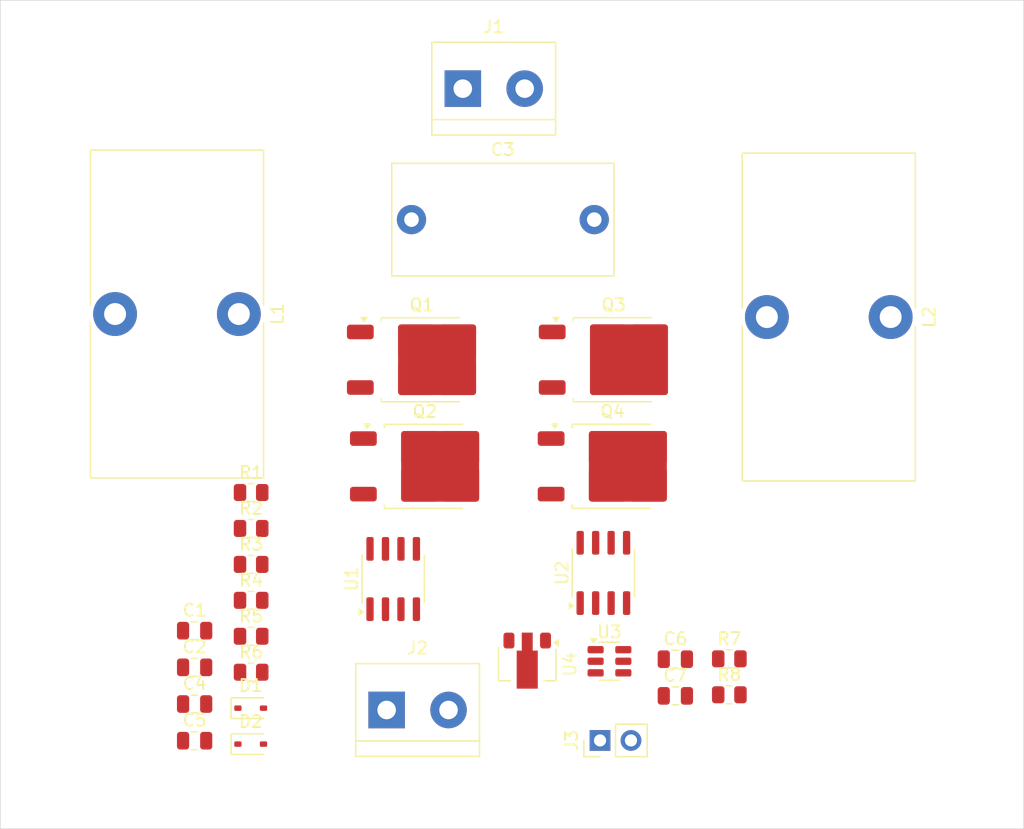
<source format=kicad_pcb>
(kicad_pcb (version 20240108) (generator "pcbnew") (generator_version "8.0")
  (layers (0 "F.Cu" signal) (31 "B.Cu" signal) (34 "B.Paste" user) (35 "F.Paste" user) (36 "B.SilkS" user "B.Silkscreen") (37 "F.SilkS" user "F.Silkscreen") (38 "B.Mask" user) (39 "F.Mask" user) (44 "Edge.Cuts" user))
  (net 0 "")
  (net 1 "Net-(D1-K)")
  (net 2 "Net-(D2-K)")
  (net 3 "Net-(J1-Pin_1)")
  (net 4 "Net-(J1-Pin_2)")
  (net 9 "Net-(D1-A)")
  (net 10 "Net-(D2-A)")
  (net 11 "Net-(Q1-G)")
  (net 12 "GND")
  (net 13 "Net-(Q2-G)")
  (net 14 "Net-(Q3-G)")
  (net 15 "Net-(U1-HO)")
  (net 16 "Net-(U1-LO)")
  (net 17 "Net-(U2-HO)")
  (net 18 "Net-(U2-LO)")
  (net 19 "Net-(Q1-S)")
  (net 20 "Net-(Q3-S)")
  (net 21 "Net-(Q4-G)")
  (net 24 "+12V")
  (net 25 "+5V")
  (net 26 "/DIR")
  (net 27 "/PWM")
  (net 28 "Net-(U2-LI)")
  (net 29 "Net-(U1-LI)")
  (net 30 "Net-(U2-HI)")
  (footprint "Capacitor_SMD:C_0805_2012Metric" (layer "F.Cu") (at 112.95 112.75)
    (property "Reference" "C2" (at 0 -1.68 0) (layer "F.SilkS"))
    (property "Value" "100n")
    (fp_line (start -0.261252 -0.735) (end 0.261252 -0.735) (stroke (width 0.12)) (layer "F.SilkS"))
    (fp_line (start -0.261252 0.735) (end 0.261252 0.735) (stroke (width 0.12)) (layer "F.SilkS"))
    (pad "1" smd roundrect (at -0.95 0) (size 1 1.45) (layers "F.Cu" "F.Paste" "F.Mask") (net 2 "Net-(D2-K)"))
    (pad "2" smd roundrect (at 0.95 0) (size 1 1.45) (layers "F.Cu" "F.Paste" "F.Mask") (net 20 "Net-(Q3-S)"))
  )
  (footprint "Package_TO_SOT_SMD:SOT-23-6" (layer "F.Cu") (at 147 112.25)
    (property "Reference" "U3" (at 0 -2.4 0) (layer "F.SilkS"))
    (property "Value" "74LVC1G18")
    (fp_line (start 0 -1.56) (end -0.8 -1.56) (stroke (width 0.12)) (layer "F.SilkS"))
    (fp_line (start 0 -1.56) (end 0.8 -1.56) (stroke (width 0.12)) (layer "F.SilkS"))
    (fp_line (start 0 1.56) (end -0.8 1.56) (stroke (width 0.12)) (layer "F.SilkS"))
    (fp_line (start 0 1.56) (end 0.8 1.56) (stroke (width 0.12)) (layer "F.SilkS"))
    (fp_poly (pts (xy -1.3 -1.51) (xy -1.54 -1.84) (xy -1.06 -1.84) (xy -1.3 -1.51)) (stroke (width 0.12)) (fill solid) (layer "F.SilkS"))
    (pad "1" smd roundrect (at -1.1375 -0.95) (size 1.325 0.6) (layers "F.Cu" "F.Paste" "F.Mask") (net 26 "/DIR"))
    (pad "2" smd roundrect (at -1.1375 0) (size 1.325 0.6) (layers "F.Cu" "F.Paste" "F.Mask"))
    (pad "3" smd roundrect (at -1.1375 0.95) (size 1.325 0.6) (layers "F.Cu" "F.Paste" "F.Mask") (net 27 "/PWM"))
    (pad "4" smd roundrect (at 1.1375 0.95) (size 1.325 0.6) (layers "F.Cu" "F.Paste" "F.Mask") (net 28 "Net-(U2-LI)"))
    (pad "5" smd roundrect (at 1.1375 0) (size 1.325 0.6) (layers "F.Cu" "F.Paste" "F.Mask"))
    (pad "6" smd roundrect (at 1.1375 -0.95) (size 1.325 0.6) (layers "F.Cu" "F.Paste" "F.Mask") (net 29 "Net-(U1-LI)"))
  )
  (footprint "Capacitor_SMD:C_0805_2012Metric" (layer "F.Cu") (at 152.4075 112.08)
    (property "Reference" "C6" (at 0 -1.68 0) (layer "F.SilkS"))
    (property "Value" "330n")
    (fp_line (start -0.261252 -0.735) (end 0.261252 -0.735) (stroke (width 0.12)) (layer "F.SilkS"))
    (fp_line (start -0.261252 0.735) (end 0.261252 0.735) (stroke (width 0.12)) (layer "F.SilkS"))
    (pad "1" smd roundrect (at -0.95 0) (size 1 1.45) (layers "F.Cu" "F.Paste" "F.Mask") (net 24 "+12V"))
    (pad "2" smd roundrect (at 0.95 0) (size 1 1.45) (layers "F.Cu" "F.Paste" "F.Mask") (net 12 "GND"))
  )
  (footprint "Resistor_SMD:R_0805_2012Metric" (layer "F.Cu") (at 117.5875 113.15)
    (property "Reference" "R6" (at 0 -1.65 0) (layer "F.SilkS"))
    (property "Value" "R_US")
    (fp_line (start -0.227064 -0.735) (end 0.227064 -0.735) (stroke (width 0.12)) (layer "F.SilkS"))
    (fp_line (start -0.227064 0.735) (end 0.227064 0.735) (stroke (width 0.12)) (layer "F.SilkS"))
    (pad "1" smd roundrect (at -0.9125 0) (size 1.025 1.4) (layers "F.Cu" "F.Paste" "F.Mask") (roundrect_rratio 0.243902) (net 10 "Net-(D2-A)"))
    (pad "2" smd roundrect (at 0.9125 0) (size 1.025 1.4) (layers "F.Cu" "F.Paste" "F.Mask") (roundrect_rratio 0.243902) (net 24 "+12V"))
  )
  (footprint "Resistor_SMD:R_0805_2012Metric" (layer "F.Cu") (at 117.5875 101.35)
    (property "Reference" "R2" (at 0 -1.65 0) (layer "F.SilkS"))
    (property "Value" "R_US")
    (fp_line (start -0.227064 -0.735) (end 0.227064 -0.735) (stroke (width 0.12)) (layer "F.SilkS"))
    (fp_line (start -0.227064 0.735) (end 0.227064 0.735) (stroke (width 0.12)) (layer "F.SilkS"))
    (pad "1" smd roundrect (at -0.9125 0) (size 1.025 1.4) (layers "F.Cu" "F.Paste" "F.Mask") (roundrect_rratio 0.243902) (net 16 "Net-(U1-LO)"))
    (pad "2" smd roundrect (at 0.9125 0) (size 1.025 1.4) (layers "F.Cu" "F.Paste" "F.Mask") (roundrect_rratio 0.243902) (net 13 "Net-(Q2-G)"))
  )
  (footprint "Capacitor_THT:C_Rect_L18.0mm_W9.0mm_P15.00mm_FKS3_FKP3" (layer "F.Cu") (at 130.75 76)
    (property "Reference" "C3" (at 7.5 -5.75 0) (layer "F.SilkS"))
    (property "Value" "10u")
    (fp_line (start -1.62 -4.62) (end -1.62 4.62) (stroke (width 0.12)) (layer "F.SilkS"))
    (fp_line (start -1.62 -4.62) (end 16.62 -4.62) (stroke (width 0.12)) (layer "F.SilkS"))
    (fp_line (start -1.62 4.62) (end 16.62 4.62) (stroke (width 0.12)) (layer "F.SilkS"))
    (fp_line (start 16.62 -4.62) (end 16.62 4.62) (stroke (width 0.12)) (layer "F.SilkS"))
    (pad "1" thru_hole circle (at 0 0) (size 2.4 2.4) (drill 1.2) (layers "*.Cu" "*.Mask") (net 3 "Net-(J1-Pin_1)"))
    (pad "2" thru_hole circle (at 15 0) (size 2.4 2.4) (drill 1.2) (layers "*.Cu" "*.Mask") (net 4 "Net-(J1-Pin_2)"))
  )
  (footprint "Capacitor_SMD:C_0805_2012Metric" (layer "F.Cu") (at 112.95 118.77)
    (property "Reference" "C5" (at 0 -1.68 0) (layer "F.SilkS"))
    (property "Value" "100n")
    (fp_line (start -0.261252 -0.735) (end 0.261252 -0.735) (stroke (width 0.12)) (layer "F.SilkS"))
    (fp_line (start -0.261252 0.735) (end 0.261252 0.735) (stroke (width 0.12)) (layer "F.SilkS"))
    (pad "1" smd roundrect (at -0.95 0) (size 1 1.45) (layers "F.Cu" "F.Paste" "F.Mask"))
    (pad "2" smd roundrect (at 0.95 0) (size 1 1.45) (layers "F.Cu" "F.Paste" "F.Mask"))
  )
  (footprint "Diode_SMD:D_SOD-323" (layer "F.Cu") (at 117.5525 119.05)
    (property "Reference" "D2" (at 0 -1.85 0) (layer "F.SilkS"))
    (property "Value" "D")
    (fp_line (start -1.61 -0.85) (end -1.61 0.85) (stroke (width 0.12)) (layer "F.SilkS"))
    (fp_line (start -1.61 -0.85) (end 1.05 -0.85) (stroke (width 0.12)) (layer "F.SilkS"))
    (fp_line (start -1.61 0.85) (end 1.05 0.85) (stroke (width 0.12)) (layer "F.SilkS"))
    (pad "1" smd roundrect (at -1.05 0) (size 0.6 0.45) (layers "F.Cu" "F.Paste" "F.Mask") (net 2 "Net-(D2-K)"))
    (pad "2" smd roundrect (at 1.05 0) (size 0.6 0.45) (layers "F.Cu" "F.Paste" "F.Mask") (net 10 "Net-(D2-A)"))
  )
  (footprint "Resistor_SMD:R_0805_2012Metric" (layer "F.Cu") (at 117.5875 107.25)
    (property "Reference" "R4" (at 0 -1.65 0) (layer "F.SilkS"))
    (property "Value" "R_US")
    (fp_line (start -0.227064 -0.735) (end 0.227064 -0.735) (stroke (width 0.12)) (layer "F.SilkS"))
    (fp_line (start -0.227064 0.735) (end 0.227064 0.735) (stroke (width 0.12)) (layer "F.SilkS"))
    (pad "1" smd roundrect (at -0.9125 0) (size 1.025 1.4) (layers "F.Cu" "F.Paste" "F.Mask") (roundrect_rratio 0.243902) (net 21 "Net-(Q4-G)"))
    (pad "2" smd roundrect (at 0.9125 0) (size 1.025 1.4) (layers "F.Cu" "F.Paste" "F.Mask") (roundrect_rratio 0.243902) (net 18 "Net-(U2-LO)"))
  )
  (footprint "Resistor_SMD:R_0805_2012Metric" (layer "F.Cu") (at 156.8375 115)
    (property "Reference" "R8" (at 0 -1.65 0) (layer "F.SilkS"))
    (property "Value" "R_US")
    (fp_line (start -0.227064 -0.735) (end 0.227064 -0.735) (stroke (width 0.12)) (layer "F.SilkS"))
    (fp_line (start -0.227064 0.735) (end 0.227064 0.735) (stroke (width 0.12)) (layer "F.SilkS"))
    (pad "1" smd roundrect (at -0.9125 0) (size 1.025 1.4) (layers "F.Cu" "F.Paste" "F.Mask") (roundrect_rratio 0.243902) (net 12 "GND"))
    (pad "2" smd roundrect (at 0.9125 0) (size 1.025 1.4) (layers "F.Cu" "F.Paste" "F.Mask") (roundrect_rratio 0.243902) (net 29 "Net-(U1-LI)"))
  )
  (footprint "Package_TO_SOT_SMD:TO-252-2" (layer "F.Cu") (at 147.34 87.5)
    (property "Reference" "Q3" (at 0 -4.5 360) (layer "F.SilkS"))
    (property "Value" "Q_NMOS_GDS")
    (fp_line (start -3.31 -3.45) (end -3.31 -3.18) (stroke (width 0.12)) (layer "F.SilkS"))
    (fp_line (start -3.31 3.45) (end -3.31 3.18) (stroke (width 0.12)) (layer "F.SilkS"))
    (fp_line (start 3.11 -3.45) (end -3.31 -3.45) (stroke (width 0.12)) (layer "F.SilkS"))
    (fp_line (start 3.11 3.45) (end -3.31 3.45) (stroke (width 0.12)) (layer "F.SilkS"))
    (fp_poly (pts (xy -4.73 -3.14) (xy -4.97 -3.47) (xy -4.49 -3.47) (xy -4.73 -3.14)) (stroke (width 0.12)) (fill solid) (layer "F.SilkS"))
    (pad "1" smd roundrect (at -5.04 -2.28) (size 2.2 1.2) (layers "F.Cu" "F.Paste" "F.Mask") (roundrect_rratio 0.208333) (net 14 "Net-(Q3-G)"))
    (pad "2" smd roundrect (at -0.415 -1.525) (size 3.05 2.75) (layers "F.Cu" "F.Paste") (roundrect_rratio 0.090909) (net 24 "+12V"))
    (pad "2" smd roundrect (at -0.415 1.525) (size 3.05 2.75) (layers "F.Cu" "F.Paste") (roundrect_rratio 0.090909) (net 24 "+12V"))
    (pad "2" smd roundrect (at 1.26 0) (size 6.4 5.8) (layers "F.Cu" "F.Mask") (roundrect_rratio 0.043103) (net 24 "+12V"))
    (pad "2" smd roundrect (at 2.935 -1.525) (size 3.05 2.75) (layers "F.Cu" "F.Paste") (roundrect_rratio 0.090909) (net 24 "+12V"))
    (pad "2" smd roundrect (at 2.935 1.525) (size 3.05 2.75) (layers "F.Cu" "F.Paste") (roundrect_rratio 0.090909) (net 24 "+12V"))
    (pad "3" smd roundrect (at -5.04 2.28) (size 2.2 1.2) (layers "F.Cu" "F.Paste" "F.Mask") (roundrect_rratio 0.208333) (net 20 "Net-(Q3-S)"))
  )
  (footprint "Package_TO_SOT_SMD:TO-252-2" (layer "F.Cu") (at 147.25 96.25)
    (property "Reference" "Q4" (at 0 -4.5 360) (layer "F.SilkS"))
    (property "Value" "Q_NMOS_GDS")
    (fp_line (start -3.31 -3.45) (end -3.31 -3.18) (stroke (width 0.12)) (layer "F.SilkS"))
    (fp_line (start -3.31 3.45) (end -3.31 3.18) (stroke (width 0.12)) (layer "F.SilkS"))
    (fp_line (start 3.11 -3.45) (end -3.31 -3.45) (stroke (width 0.12)) (layer "F.SilkS"))
    (fp_line (start 3.11 3.45) (end -3.31 3.45) (stroke (width 0.12)) (layer "F.SilkS"))
    (fp_poly (pts (xy -4.73 -3.14) (xy -4.97 -3.47) (xy -4.49 -3.47) (xy -4.73 -3.14)) (stroke (width 0.12)) (fill solid) (layer "F.SilkS"))
    (pad "1" smd roundrect (at -5.04 -2.28) (size 2.2 1.2) (layers "F.Cu" "F.Paste" "F.Mask") (roundrect_rratio 0.208333) (net 21 "Net-(Q4-G)"))
    (pad "2" smd roundrect (at -0.415 -1.525) (size 3.05 2.75) (layers "F.Cu" "F.Paste") (roundrect_rratio 0.090909) (net 20 "Net-(Q3-S)"))
    (pad "2" smd roundrect (at -0.415 1.525) (size 3.05 2.75) (layers "F.Cu" "F.Paste") (roundrect_rratio 0.090909) (net 20 "Net-(Q3-S)"))
    (pad "2" smd roundrect (at 1.26 0) (size 6.4 5.8) (layers "F.Cu" "F.Mask") (roundrect_rratio 0.043103) (net 20 "Net-(Q3-S)"))
    (pad "2" smd roundrect (at 2.935 -1.525) (size 3.05 2.75) (layers "F.Cu" "F.Paste") (roundrect_rratio 0.090909) (net 20 "Net-(Q3-S)"))
    (pad "2" smd roundrect (at 2.935 1.525) (size 3.05 2.75) (layers "F.Cu" "F.Paste") (roundrect_rratio 0.090909) (net 20 "Net-(Q3-S)"))
    (pad "3" smd roundrect (at -5.04 2.28) (size 2.2 1.2) (layers "F.Cu" "F.Paste" "F.Mask") (roundrect_rratio 0.208333) (net 12 "GND"))
  )
  (footprint "Capacitor_SMD:C_0805_2012Metric" (layer "F.Cu") (at 152.4075 115.09)
    (property "Reference" "C7" (at 0 -1.68 0) (layer "F.SilkS"))
    (property "Value" "100n")
    (fp_line (start -0.261252 -0.735) (end 0.261252 -0.735) (stroke (width 0.12)) (layer "F.SilkS"))
    (fp_line (start -0.261252 0.735) (end 0.261252 0.735) (stroke (width 0.12)) (layer "F.SilkS"))
    (pad "1" smd roundrect (at -0.95 0) (size 1 1.45) (layers "F.Cu" "F.Paste" "F.Mask") (net 25 "+5V"))
    (pad "2" smd roundrect (at 0.95 0) (size 1 1.45) (layers "F.Cu" "F.Paste" "F.Mask") (net 12 "GND"))
  )
  (footprint "Resistor_SMD:R_0805_2012Metric" (layer "F.Cu") (at 156.8375 112.05)
    (property "Reference" "R7" (at 0 -1.65 0) (layer "F.SilkS"))
    (property "Value" "R_US")
    (fp_line (start -0.227064 -0.735) (end 0.227064 -0.735) (stroke (width 0.12)) (layer "F.SilkS"))
    (fp_line (start -0.227064 0.735) (end 0.227064 0.735) (stroke (width 0.12)) (layer "F.SilkS"))
    (pad "1" smd roundrect (at -0.9125 0) (size 1.025 1.4) (layers "F.Cu" "F.Paste" "F.Mask") (roundrect_rratio 0.243902) (net 12 "GND"))
    (pad "2" smd roundrect (at 0.9125 0) (size 1.025 1.4) (layers "F.Cu" "F.Paste" "F.Mask") (roundrect_rratio 0.243902) (net 28 "Net-(U2-LI)"))
  )
  (footprint "Inductor_THT:L_Toroid_Vertical_L26.7mm_W14.0mm_P10.16mm_Pulse_D" (layer "F.Cu") (at 116.58 83.75 -90)
    (property "Reference" "L1" (at 0 -3.155 90) (layer "F.SilkS"))
    (property "Value" "150u")
    (fp_line (start -13.455 12.185) (end -0.725 12.185) (stroke (width 0.12)) (layer "F.SilkS"))
    (fp_line (start 0.725 12.185) (end 13.455 12.185) (stroke (width 0.12)) (layer "F.SilkS"))
    (fp_line (start -13.455 -2.025) (end -13.455 12.185) (stroke (width 0.12)) (layer "F.SilkS"))
    (fp_line (start -13.455 -2.025) (end -0.725 -2.025) (stroke (width 0.12)) (layer "F.SilkS"))
    (fp_line (start 0.725 -2.025) (end 13.455 -2.025) (stroke (width 0.12)) (layer "F.SilkS"))
    (fp_line (start 13.455 -2.025) (end 13.455 12.185) (stroke (width 0.12)) (layer "F.SilkS"))
    (pad "1" thru_hole circle (at 0 0 270) (size 3.6 3.6) (drill 1.8) (layers "*.Cu" "*.Mask") (net 19 "Net-(Q1-S)"))
    (pad "2" thru_hole circle (at 0 10.16 270) (size 3.6 3.6) (drill 1.8) (layers "*.Cu" "*.Mask") (net 3 "Net-(J1-Pin_1)"))
  )
  (footprint "Package_TO_SOT_SMD:TO-252-2" (layer "F.Cu") (at 131.84 96.2525)
    (property "Reference" "Q2" (at 0 -4.5 360) (layer "F.SilkS"))
    (property "Value" "Q_NMOS_GDS")
    (fp_line (start -3.31 -3.45) (end -3.31 -3.18) (stroke (width 0.12)) (layer "F.SilkS"))
    (fp_line (start -3.31 3.45) (end -3.31 3.18) (stroke (width 0.12)) (layer "F.SilkS"))
    (fp_line (start 3.11 -3.45) (end -3.31 -3.45) (stroke (width 0.12)) (layer "F.SilkS"))
    (fp_line (start 3.11 3.45) (end -3.31 3.45) (stroke (width 0.12)) (layer "F.SilkS"))
    (fp_poly (pts (xy -4.73 -3.14) (xy -4.97 -3.47) (xy -4.49 -3.47) (xy -4.73 -3.14)) (stroke (width 0.12)) (fill solid) (layer "F.SilkS"))
    (pad "1" smd roundrect (at -5.04 -2.28) (size 2.2 1.2) (layers "F.Cu" "F.Paste" "F.Mask") (roundrect_rratio 0.208333) (net 13 "Net-(Q2-G)"))
    (pad "2" smd roundrect (at -0.415 -1.525) (size 3.05 2.75) (layers "F.Cu" "F.Paste") (roundrect_rratio 0.090909) (net 19 "Net-(Q1-S)"))
    (pad "2" smd roundrect (at -0.415 1.525) (size 3.05 2.75) (layers "F.Cu" "F.Paste") (roundrect_rratio 0.090909) (net 19 "Net-(Q1-S)"))
    (pad "2" smd roundrect (at 1.26 0) (size 6.4 5.8) (layers "F.Cu" "F.Mask") (roundrect_rratio 0.043103) (net 19 "Net-(Q1-S)"))
    (pad "2" smd roundrect (at 2.935 -1.525) (size 3.05 2.75) (layers "F.Cu" "F.Paste") (roundrect_rratio 0.090909) (net 19 "Net-(Q1-S)"))
    (pad "2" smd roundrect (at 2.935 1.525) (size 3.05 2.75) (layers "F.Cu" "F.Paste") (roundrect_rratio 0.090909) (net 19 "Net-(Q1-S)"))
    (pad "3" smd roundrect (at -5.04 2.28) (size 2.2 1.2) (layers "F.Cu" "F.Paste" "F.Mask") (roundrect_rratio 0.208333) (net 12 "GND"))
  )
  (footprint "Resistor_SMD:R_0805_2012Metric" (layer "F.Cu") (at 117.5875 98.4)
    (property "Reference" "R1" (at 0 -1.65 0) (layer "F.SilkS"))
    (property "Value" "R_US")
    (fp_line (start -0.227064 -0.735) (end 0.227064 -0.735) (stroke (width 0.12)) (layer "F.SilkS"))
    (fp_line (start -0.227064 0.735) (end 0.227064 0.735) (stroke (width 0.12)) (layer "F.SilkS"))
    (pad "1" smd roundrect (at -0.9125 0) (size 1.025 1.4) (layers "F.Cu" "F.Paste" "F.Mask") (roundrect_rratio 0.243902) (net 15 "Net-(U1-HO)"))
    (pad "2" smd roundrect (at 0.9125 0) (size 1.025 1.4) (layers "F.Cu" "F.Paste" "F.Mask") (roundrect_rratio 0.243902) (net 11 "Net-(Q1-G)"))
  )
  (footprint "Package_TO_SOT_SMD:SOT-89-3" (layer "F.Cu") (at 140.25 112.5 -90)
    (property "Reference" "U4" (at 0 -3.5 90) (layer "F.SilkS"))
    (property "Value" "~")
    (fp_line (start 1.36 2.36) (end -1.36 2.36) (stroke (width 0.12)) (layer "F.SilkS"))
    (fp_line (start 1.36 1.38) (end 1.36 2.36) (stroke (width 0.12)) (layer "F.SilkS"))
    (fp_line (start 1.36 -1.38) (end 1.36 -2.36) (stroke (width 0.12)) (layer "F.SilkS"))
    (fp_line (start -1.22 -2.36) (end 1.36 -2.36) (stroke (width 0.12)) (layer "F.SilkS"))
    (fp_poly (pts (xy -1.77 -2.21) (xy -2.01 -2.54) (xy -1.53 -2.54) (xy -1.77 -2.21)) (stroke (width 0.12)) (fill solid) (layer "F.SilkS"))
    (pad "1" smd roundrect (at -1.95 -1.5 270) (size 1.3 0.9) (layers "F.Cu" "F.Paste" "F.Mask") (net 25 "+5V"))
    (pad "2" smd custom (at -1.8625 0 270) (size 1.475 0.9) (layers "F.Cu" "F.Paste" "F.Mask") (net 12 "GND") (options (clearance outline) (anchor rect)) (primitives (gr_poly (pts (xy 3.8625 0.8665) (xy 0.7375 0.8665) (xy 0.7375 -0.8665) (xy 3.8625 -0.8665)) (width 0) (fill yes))))
    (pad "3" smd roundrect (at -1.95 1.5 270) (size 1.3 0.9) (layers "F.Cu" "F.Paste" "F.Mask") (net 24 "+12V"))
  )
  (footprint "Package_SO:SOIC-8_3.9x4.9mm_P1.27mm" (layer "F.Cu") (at 129.25 105.5 90)
    (property "Reference" "U1" (at 0 -3.4 90) (layer "F.SilkS"))
    (property "Value" "LM5109BMA")
    (fp_line (start 0 -2.56) (end 1.95 -2.56) (stroke (width 0.12)) (layer "F.SilkS"))
    (fp_line (start 0 -2.56) (end -1.95 -2.56) (stroke (width 0.12)) (layer "F.SilkS"))
    (fp_line (start 0 2.56) (end 1.95 2.56) (stroke (width 0.12)) (layer "F.SilkS"))
    (fp_line (start 0 2.56) (end -1.95 2.56) (stroke (width 0.12)) (layer "F.SilkS"))
    (fp_poly (pts (xy -2.7 -2.465) (xy -2.94 -2.795) (xy -2.46 -2.795) (xy -2.7 -2.465)) (stroke (width 0.12)) (fill solid) (layer "F.SilkS"))
    (pad "1" smd roundrect (at -2.475 -1.905 90) (size 1.95 0.6) (layers "F.Cu" "F.Paste" "F.Mask") (net 24 "+12V"))
    (pad "2" smd roundrect (at -2.475 -0.635 90) (size 1.95 0.6) (layers "F.Cu" "F.Paste" "F.Mask") (net 26 "/DIR"))
    (pad "3" smd roundrect (at -2.475 0.635 90) (size 1.95 0.6) (layers "F.Cu" "F.Paste" "F.Mask") (net 29 "Net-(U1-LI)"))
    (pad "4" smd roundrect (at -2.475 1.905 90) (size 1.95 0.6) (layers "F.Cu" "F.Paste" "F.Mask") (net 12 "GND"))
    (pad "5" smd roundrect (at 2.475 1.905 90) (size 1.95 0.6) (layers "F.Cu" "F.Paste" "F.Mask") (net 16 "Net-(U1-LO)"))
    (pad "6" smd roundrect (at 2.475 0.635 90) (size 1.95 0.6) (layers "F.Cu" "F.Paste" "F.Mask") (net 19 "Net-(Q1-S)"))
    (pad "7" smd roundrect (at 2.475 -0.635 90) (size 1.95 0.6) (layers "F.Cu" "F.Paste" "F.Mask") (net 15 "Net-(U1-HO)"))
    (pad "8" smd roundrect (at 2.475 -1.905 90) (size 1.95 0.6) (layers "F.Cu" "F.Paste" "F.Mask") (net 1 "Net-(D1-K)"))
  )
  (footprint "Package_TO_SOT_SMD:TO-252-2" (layer "F.Cu") (at 131.59 87.5025)
    (property "Reference" "Q1" (at 0 -4.5 360) (layer "F.SilkS"))
    (property "Value" "Q_NMOS_GDS")
    (fp_line (start -3.31 -3.45) (end -3.31 -3.18) (stroke (width 0.12)) (layer "F.SilkS"))
    (fp_line (start -3.31 3.45) (end -3.31 3.18) (stroke (width 0.12)) (layer "F.SilkS"))
    (fp_line (start 3.11 -3.45) (end -3.31 -3.45) (stroke (width 0.12)) (layer "F.SilkS"))
    (fp_line (start 3.11 3.45) (end -3.31 3.45) (stroke (width 0.12)) (layer "F.SilkS"))
    (fp_poly (pts (xy -4.73 -3.14) (xy -4.97 -3.47) (xy -4.49 -3.47) (xy -4.73 -3.14)) (stroke (width 0.12)) (fill solid) (layer "F.SilkS"))
    (pad "1" smd roundrect (at -5.04 -2.28) (size 2.2 1.2) (layers "F.Cu" "F.Paste" "F.Mask") (roundrect_rratio 0.208333) (net 11 "Net-(Q1-G)"))
    (pad "2" smd roundrect (at -0.415 -1.525) (size 3.05 2.75) (layers "F.Cu" "F.Paste") (roundrect_rratio 0.090909) (net 24 "+12V"))
    (pad "2" smd roundrect (at -0.415 1.525) (size 3.05 2.75) (layers "F.Cu" "F.Paste") (roundrect_rratio 0.090909) (net 24 "+12V"))
    (pad "2" smd roundrect (at 1.26 0) (size 6.4 5.8) (layers "F.Cu" "F.Mask") (roundrect_rratio 0.043103) (net 24 "+12V"))
    (pad "2" smd roundrect (at 2.935 -1.525) (size 3.05 2.75) (layers "F.Cu" "F.Paste") (roundrect_rratio 0.090909) (net 24 "+12V"))
    (pad "2" smd roundrect (at 2.935 1.525) (size 3.05 2.75) (layers "F.Cu" "F.Paste") (roundrect_rratio 0.090909) (net 24 "+12V"))
    (pad "3" smd roundrect (at -5.04 2.28) (size 2.2 1.2) (layers "F.Cu" "F.Paste" "F.Mask") (roundrect_rratio 0.208333) (net 19 "Net-(Q1-S)"))
  )
  (footprint "TerminalBlock:TerminalBlock_bornier-2_P5.08mm" (layer "F.Cu") (at 134.96 65.25)
    (property "Reference" "J1" (at 2.54 -5.08 360) (layer "F.SilkS"))
    (property "Value" "Screw_Terminal_01x02")
    (fp_line (start -2.54 -3.81) (end -2.54 3.81) (stroke (width 0.12)) (layer "F.SilkS"))
    (fp_line (start -2.54 3.81) (end 7.62 3.81) (stroke (width 0.12)) (layer "F.SilkS"))
    (fp_line (start 7.62 -3.81) (end -2.54 -3.81) (stroke (width 0.12)) (layer "F.SilkS"))
    (fp_line (start 7.62 2.54) (end -2.54 2.54) (stroke (width 0.12)) (layer "F.SilkS"))
    (fp_line (start 7.62 3.81) (end 7.62 -3.81) (stroke (width 0.12)) (layer "F.SilkS"))
    (pad "1" thru_hole rect (at 0 0) (size 3 3) (drill 1.52) (layers "*.Cu" "*.Mask") (net 3 "Net-(J1-Pin_1)"))
    (pad "2" thru_hole circle (at 5.08 0) (size 3 3) (drill 1.52) (layers "*.Cu" "*.Mask") (net 4 "Net-(J1-Pin_2)"))
  )
  (footprint "Connector_PinHeader_2.54mm:PinHeader_1x02_P2.54mm_Vertical" (layer "F.Cu") (at 146.225 118.75 90)
    (property "Reference" "J3" (at 0 -2.33 90) (layer "F.SilkS"))
    (property "Value" "Conn_01x02")
    (fp_line (start -1.33 -1.33) (end 0 -1.33) (stroke (width 0.12)) (layer "F.SilkS"))
    (fp_line (start -1.33 0) (end -1.33 -1.33) (stroke (width 0.12)) (layer "F.SilkS"))
    (fp_line (start 1.33 1.27) (end 1.33 3.87) (stroke (width 0.12)) (layer "F.SilkS"))
    (fp_line (start -1.33 1.27) (end 1.33 1.27) (stroke (width 0.12)) (layer "F.SilkS"))
    (fp_line (start -1.33 1.27) (end -1.33 3.87) (stroke (width 0.12)) (layer "F.SilkS"))
    (fp_line (start -1.33 3.87) (end 1.33 3.87) (stroke (width 0.12)) (layer "F.SilkS"))
    (pad "1" thru_hole rect (at 0 0 90) (size 1.7 1.7) (drill 1) (layers "*.Cu" "*.Mask") (net 27 "/PWM"))
    (pad "2" thru_hole oval (at 0 2.54 90) (size 1.7 1.7) (drill 1) (layers "*.Cu" "*.Mask") (net 26 "/DIR"))
  )
  (footprint "Resistor_SMD:R_0805_2012Metric" (layer "F.Cu") (at 117.5875 110.2)
    (property "Reference" "R5" (at 0 -1.65 0) (layer "F.SilkS"))
    (property "Value" "R_US")
    (fp_line (start -0.227064 -0.735) (end 0.227064 -0.735) (stroke (width 0.12)) (layer "F.SilkS"))
    (fp_line (start -0.227064 0.735) (end 0.227064 0.735) (stroke (width 0.12)) (layer "F.SilkS"))
    (pad "1" smd roundrect (at -0.9125 0) (size 1.025 1.4) (layers "F.Cu" "F.Paste" "F.Mask") (roundrect_rratio 0.243902) (net 24 "+12V"))
    (pad "2" smd roundrect (at 0.9125 0) (size 1.025 1.4) (layers "F.Cu" "F.Paste" "F.Mask") (roundrect_rratio 0.243902) (net 9 "Net-(D1-A)"))
  )
  (footprint "Capacitor_SMD:C_0805_2012Metric" (layer "F.Cu") (at 112.95 109.74)
    (property "Reference" "C1" (at 0 -1.68 0) (layer "F.SilkS"))
    (property "Value" "100n")
    (fp_line (start -0.261252 -0.735) (end 0.261252 -0.735) (stroke (width 0.12)) (layer "F.SilkS"))
    (fp_line (start -0.261252 0.735) (end 0.261252 0.735) (stroke (width 0.12)) (layer "F.SilkS"))
    (pad "1" smd roundrect (at -0.95 0) (size 1 1.45) (layers "F.Cu" "F.Paste" "F.Mask") (net 1 "Net-(D1-K)"))
    (pad "2" smd roundrect (at 0.95 0) (size 1 1.45) (layers "F.Cu" "F.Paste" "F.Mask") (net 19 "Net-(Q1-S)"))
  )
  (footprint "TerminalBlock:TerminalBlock_bornier-2_P5.08mm" (layer "F.Cu") (at 128.71 116.25)
    (property "Reference" "J2" (at 2.54 -5.08 0) (layer "F.SilkS"))
    (property "Value" "Screw_Terminal_01x02")
    (fp_line (start -2.54 -3.81) (end -2.54 3.81) (stroke (width 0.12)) (layer "F.SilkS"))
    (fp_line (start -2.54 3.81) (end 7.62 3.81) (stroke (width 0.12)) (layer "F.SilkS"))
    (fp_line (start 7.62 -3.81) (end -2.54 -3.81) (stroke (width 0.12)) (layer "F.SilkS"))
    (fp_line (start 7.62 2.54) (end -2.54 2.54) (stroke (width 0.12)) (layer "F.SilkS"))
    (fp_line (start 7.62 3.81) (end 7.62 -3.81) (stroke (width 0.12)) (layer "F.SilkS"))
    (pad "1" thru_hole rect (at 0 0) (size 3 3) (drill 1.52) (layers "*.Cu" "*.Mask") (net 24 "+12V"))
    (pad "2" thru_hole circle (at 5.08 0) (size 3 3) (drill 1.52) (layers "*.Cu" "*.Mask") (net 12 "GND"))
  )
  (footprint "Diode_SMD:D_SOD-323" (layer "F.Cu") (at 117.5525 116.1)
    (property "Reference" "D1" (at 0 -1.85 0) (layer "F.SilkS"))
    (property "Value" "D")
    (fp_line (start -1.61 -0.85) (end -1.61 0.85) (stroke (width 0.12)) (layer "F.SilkS"))
    (fp_line (start -1.61 -0.85) (end 1.05 -0.85) (stroke (width 0.12)) (layer "F.SilkS"))
    (fp_line (start -1.61 0.85) (end 1.05 0.85) (stroke (width 0.12)) (layer "F.SilkS"))
    (pad "1" smd roundrect (at -1.05 0) (size 0.6 0.45) (layers "F.Cu" "F.Paste" "F.Mask") (net 1 "Net-(D1-K)"))
    (pad "2" smd roundrect (at 1.05 0) (size 0.6 0.45) (layers "F.Cu" "F.Paste" "F.Mask") (net 9 "Net-(D1-A)"))
  )
  (footprint "Inductor_THT:L_Toroid_Vertical_L26.7mm_W14.0mm_P10.16mm_Pulse_D" (layer "F.Cu") (at 170.08 84 -90)
    (property "Reference" "L2" (at 0 -3.155 90) (layer "F.SilkS"))
    (property "Value" "150u")
    (fp_line (start -13.455 12.185) (end -0.725 12.185) (stroke (width 0.12)) (layer "F.SilkS"))
    (fp_line (start 0.725 12.185) (end 13.455 12.185) (stroke (width 0.12)) (layer "F.SilkS"))
    (fp_line (start -13.455 -2.025) (end -13.455 12.185) (stroke (width 0.12)) (layer "F.SilkS"))
    (fp_line (start -13.455 -2.025) (end -0.725 -2.025) (stroke (width 0.12)) (layer "F.SilkS"))
    (fp_line (start 0.725 -2.025) (end 13.455 -2.025) (stroke (width 0.12)) (layer "F.SilkS"))
    (fp_line (start 13.455 -2.025) (end 13.455 12.185) (stroke (width 0.12)) (layer "F.SilkS"))
    (pad "1" thru_hole circle (at 0 0 270) (size 3.6 3.6) (drill 1.8) (layers "*.Cu" "*.Mask") (net 4 "Net-(J1-Pin_2)"))
    (pad "2" thru_hole circle (at 0 10.16 270) (size 3.6 3.6) (drill 1.8) (layers "*.Cu" "*.Mask") (net 20 "Net-(Q3-S)"))
  )
  (footprint "Capacitor_SMD:C_0805_2012Metric" (layer "F.Cu") (at 112.95 115.76)
    (property "Reference" "C4" (at 0 -1.68 0) (layer "F.SilkS"))
    (property "Value" "100n")
    (fp_line (start -0.261252 -0.735) (end 0.261252 -0.735) (stroke (width 0.12)) (layer "F.SilkS"))
    (fp_line (start -0.261252 0.735) (end 0.261252 0.735) (stroke (width 0.12)) (layer "F.SilkS"))
    (pad "1" smd roundrect (at -0.95 0) (size 1 1.45) (layers "F.Cu" "F.Paste" "F.Mask"))
    (pad "2" smd roundrect (at 0.95 0) (size 1 1.45) (layers "F.Cu" "F.Paste" "F.Mask"))
  )
  (footprint "Resistor_SMD:R_0805_2012Metric" (layer "F.Cu") (at 117.5875 104.3)
    (property "Reference" "R3" (at 0 -1.65 0) (layer "F.SilkS"))
    (property "Value" "R_US")
    (fp_line (start -0.227064 -0.735) (end 0.227064 -0.735) (stroke (width 0.12)) (layer "F.SilkS"))
    (fp_line (start -0.227064 0.735) (end 0.227064 0.735) (stroke (width 0.12)) (layer "F.SilkS"))
    (pad "1" smd roundrect (at -0.9125 0) (size 1.025 1.4) (layers "F.Cu" "F.Paste" "F.Mask") (roundrect_rratio 0.243902) (net 14 "Net-(Q3-G)"))
    (pad "2" smd roundrect (at 0.9125 0) (size 1.025 1.4) (layers "F.Cu" "F.Paste" "F.Mask") (roundrect_rratio 0.243902) (net 17 "Net-(U2-HO)"))
  )
  (footprint "Package_SO:SOIC-8_3.9x4.9mm_P1.27mm" (layer "F.Cu") (at 146.5 105 90)
    (property "Reference" "U2" (at 0 -3.4 90) (layer "F.SilkS"))
    (property "Value" "LM5109BMA")
    (fp_line (start 0 -2.56) (end 1.95 -2.56) (stroke (width 0.12)) (layer "F.SilkS"))
    (fp_line (start 0 -2.56) (end -1.95 -2.56) (stroke (width 0.12)) (layer "F.SilkS"))
    (fp_line (start 0 2.56) (end 1.95 2.56) (stroke (width 0.12)) (layer "F.SilkS"))
    (fp_line (start 0 2.56) (end -1.95 2.56) (stroke (width 0.12)) (layer "F.SilkS"))
    (fp_poly (pts (xy -2.7 -2.465) (xy -2.94 -2.795) (xy -2.46 -2.795) (xy -2.7 -2.465)) (stroke (width 0.12)) (fill solid) (layer "F.SilkS"))
    (pad "1" smd roundrect (at -2.475 -1.905 90) (size 1.95 0.6) (layers "F.Cu" "F.Paste" "F.Mask") (net 24 "+12V"))
    (pad "2" smd roundrect (at -2.475 -0.635 90) (size 1.95 0.6) (layers "F.Cu" "F.Paste" "F.Mask") (net 30 "Net-(U2-HI)"))
    (pad "3" smd roundrect (at -2.475 0.635 90) (size 1.95 0.6) (layers "F.Cu" "F.Paste" "F.Mask") (net 28 "Net-(U2-LI)"))
    (pad "4" smd roundrect (at -2.475 1.905 90) (size 1.95 0.6) (layers "F.Cu" "F.Paste" "F.Mask") (net 12 "GND"))
    (pad "5" smd roundrect (at 2.475 1.905 90) (size 1.95 0.6) (layers "F.Cu" "F.Paste" "F.Mask") (net 18 "Net-(U2-LO)"))
    (pad "6" smd roundrect (at 2.475 0.635 90) (size 1.95 0.6) (layers "F.Cu" "F.Paste" "F.Mask") (net 20 "Net-(Q3-S)"))
    (pad "7" smd roundrect (at 2.475 -0.635 90) (size 1.95 0.6) (layers "F.Cu" "F.Paste" "F.Mask") (net 17 "Net-(U2-HO)"))
    (pad "8" smd roundrect (at 2.475 -1.905 90) (size 1.95 0.6) (layers "F.Cu" "F.Paste" "F.Mask") (net 2 "Net-(D2-K)"))
  )
  (gr_rect (start 97 58) (end 181 126) (stroke (width 0.05)) (fill none) (layer "Edge.Cuts"))
)
</source>
